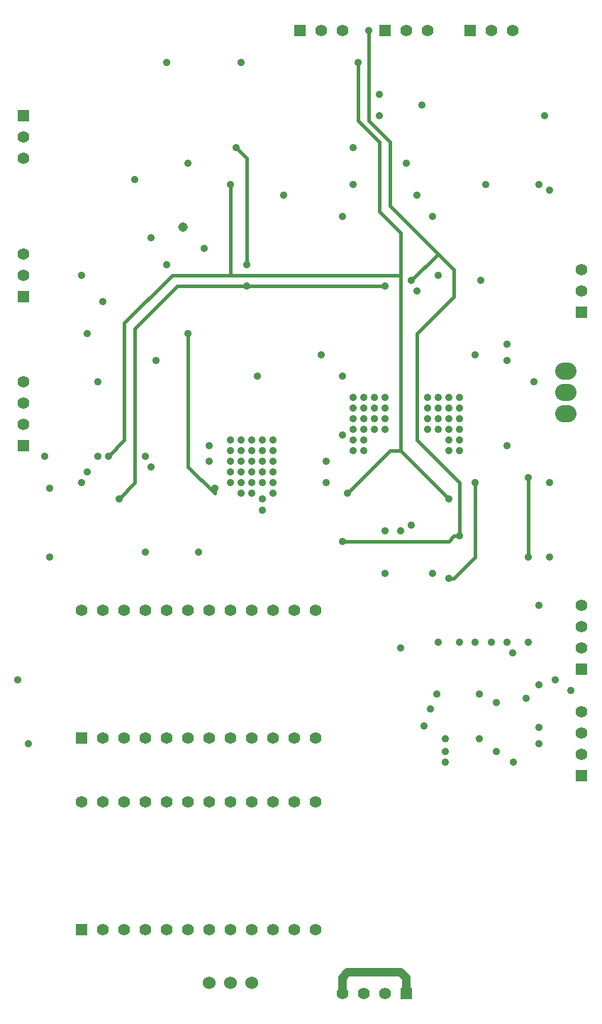
<source format=gbr>
%FSLAX34Y34*%
G04 Gerber Fmt 3.4, Leading zero omitted, Abs format*
G04 (created by PCBNEW (2014-03-19 BZR 4756)-product) date Thu May 22 10:07:56 2014*
%MOIN*%
G01*
G70*
G90*
G04 APERTURE LIST*
%ADD10C,0.005906*%
%ADD11R,0.055000X0.055000*%
%ADD12C,0.055000*%
%ADD13C,0.045000*%
%ADD14C,0.060000*%
%ADD15O,0.100000X0.080000*%
%ADD16C,0.035000*%
%ADD17C,0.039370*%
%ADD18C,0.015748*%
G04 APERTURE END LIST*
G54D10*
G54D11*
X14250Y-18000D03*
G54D12*
X14250Y-19000D03*
X14250Y-20000D03*
G54D11*
X40500Y-27250D03*
G54D12*
X40500Y-26250D03*
X40500Y-25250D03*
G54D11*
X14250Y-26500D03*
G54D12*
X14250Y-25500D03*
X14250Y-24500D03*
G54D13*
X21750Y-23250D03*
G54D11*
X40500Y-44000D03*
G54D12*
X40500Y-43000D03*
X40500Y-42000D03*
X40500Y-41000D03*
G54D11*
X40500Y-49000D03*
G54D12*
X40500Y-48000D03*
X40500Y-47000D03*
X40500Y-46000D03*
G54D11*
X14250Y-33500D03*
G54D12*
X14250Y-32500D03*
X14250Y-31500D03*
X14250Y-30500D03*
G54D14*
X24000Y-58750D03*
X25000Y-58750D03*
X23000Y-58750D03*
G54D11*
X17000Y-47250D03*
G54D12*
X18000Y-47250D03*
X19000Y-47250D03*
X20000Y-47250D03*
X21000Y-47250D03*
X22000Y-47250D03*
X23000Y-47250D03*
X24000Y-47250D03*
X25000Y-47250D03*
X26000Y-47250D03*
X27000Y-47250D03*
X28000Y-47250D03*
X28000Y-41250D03*
X27000Y-41250D03*
X26000Y-41250D03*
X25000Y-41250D03*
X24000Y-41250D03*
X23000Y-41250D03*
X22000Y-41250D03*
X21000Y-41250D03*
X20000Y-41250D03*
X19000Y-41250D03*
X18000Y-41250D03*
X17000Y-41250D03*
G54D11*
X17000Y-56250D03*
G54D12*
X18000Y-56250D03*
X19000Y-56250D03*
X20000Y-56250D03*
X21000Y-56250D03*
X22000Y-56250D03*
X23000Y-56250D03*
X24000Y-56250D03*
X25000Y-56250D03*
X26000Y-56250D03*
X27000Y-56250D03*
X28000Y-56250D03*
X28000Y-50250D03*
X27000Y-50250D03*
X26000Y-50250D03*
X25000Y-50250D03*
X24000Y-50250D03*
X23000Y-50250D03*
X22000Y-50250D03*
X21000Y-50250D03*
X20000Y-50250D03*
X19000Y-50250D03*
X18000Y-50250D03*
X17000Y-50250D03*
G54D11*
X32250Y-59250D03*
G54D12*
X31250Y-59250D03*
X30250Y-59250D03*
X29250Y-59250D03*
G54D11*
X27250Y-14000D03*
G54D12*
X28250Y-14000D03*
X29250Y-14000D03*
G54D11*
X31250Y-14000D03*
G54D12*
X32250Y-14000D03*
X33250Y-14000D03*
G54D11*
X35250Y-14000D03*
G54D12*
X36250Y-14000D03*
X37250Y-14000D03*
G54D15*
X39750Y-31000D03*
X39750Y-32000D03*
X39750Y-30000D03*
G54D16*
X35750Y-25750D03*
X28500Y-35250D03*
X28500Y-34250D03*
X22500Y-38500D03*
X38500Y-21250D03*
X36000Y-21250D03*
X31250Y-31750D03*
X31250Y-31250D03*
X30750Y-31250D03*
X30750Y-31750D03*
X30750Y-32250D03*
X31250Y-32250D03*
X31250Y-32750D03*
X30750Y-32750D03*
X33750Y-32750D03*
X33250Y-32750D03*
X33250Y-32250D03*
X33750Y-32250D03*
X33750Y-31750D03*
X33250Y-31750D03*
X33250Y-31250D03*
X33750Y-31250D03*
X34250Y-31250D03*
X34750Y-31250D03*
X34750Y-31750D03*
X34750Y-32250D03*
X34750Y-32750D03*
X34750Y-33250D03*
X34750Y-33750D03*
X29750Y-33750D03*
X29750Y-33250D03*
X29750Y-32750D03*
X29750Y-32250D03*
X29750Y-31750D03*
X29750Y-31250D03*
X34250Y-31750D03*
X34250Y-32250D03*
X34250Y-32750D03*
X34250Y-33250D03*
X34250Y-33750D03*
X30250Y-33750D03*
X30250Y-33250D03*
X30250Y-32750D03*
X30250Y-32250D03*
X30250Y-31750D03*
X30250Y-31250D03*
X23000Y-34250D03*
X25500Y-34750D03*
X25000Y-34750D03*
X24500Y-34750D03*
X24000Y-34750D03*
X24000Y-35250D03*
X24500Y-35250D03*
X25000Y-35250D03*
X25500Y-35250D03*
X26000Y-35250D03*
X26000Y-35750D03*
X25000Y-35750D03*
X24500Y-35750D03*
X24000Y-33250D03*
X24500Y-33250D03*
X25000Y-33250D03*
X25500Y-33250D03*
X26000Y-33250D03*
X26000Y-33750D03*
X25500Y-33750D03*
X25000Y-33750D03*
X24500Y-33750D03*
X24000Y-33750D03*
X24000Y-34250D03*
X24500Y-34250D03*
X25000Y-34250D03*
X25500Y-34250D03*
X26000Y-34250D03*
X26000Y-34750D03*
X25500Y-36545D03*
X25500Y-36000D03*
X35500Y-29250D03*
X37000Y-28750D03*
X37000Y-29500D03*
X38250Y-30500D03*
X22000Y-20250D03*
X15500Y-38750D03*
X15500Y-35500D03*
X21000Y-25000D03*
X21000Y-15500D03*
X24500Y-15500D03*
X39000Y-21500D03*
X38750Y-18000D03*
X31250Y-39500D03*
X33500Y-39500D03*
X32000Y-43000D03*
X33750Y-42750D03*
X37250Y-43250D03*
X38000Y-42750D03*
X37000Y-42750D03*
X36250Y-42750D03*
X35500Y-42750D03*
X34750Y-42750D03*
X29750Y-19500D03*
X32250Y-20250D03*
X17250Y-34750D03*
X17250Y-28250D03*
X17750Y-30500D03*
X17750Y-34000D03*
X20250Y-34500D03*
X20000Y-34000D03*
X20500Y-29500D03*
X23000Y-33500D03*
X18000Y-26750D03*
X19500Y-21000D03*
X20250Y-23750D03*
X22750Y-24250D03*
X17000Y-25500D03*
X26500Y-21750D03*
X29750Y-21250D03*
X31000Y-17000D03*
X31000Y-18000D03*
X14500Y-47500D03*
X14000Y-44500D03*
X33750Y-25500D03*
X32750Y-26250D03*
X29250Y-30250D03*
X28250Y-29250D03*
X32000Y-37500D03*
X31250Y-37500D03*
X32500Y-37250D03*
X20000Y-38500D03*
X29250Y-33000D03*
X38500Y-46750D03*
X39250Y-44500D03*
X39000Y-35250D03*
X39000Y-38750D03*
X38500Y-41000D03*
X40000Y-45000D03*
X32750Y-21750D03*
X33000Y-17500D03*
X23250Y-35500D03*
X22000Y-28250D03*
X38000Y-38750D03*
X38000Y-35000D03*
X37000Y-33500D03*
X25250Y-30250D03*
X35500Y-35250D03*
X34250Y-39750D03*
X15250Y-34000D03*
X17000Y-35250D03*
X29250Y-22750D03*
X33500Y-22750D03*
X38500Y-47500D03*
X38500Y-44750D03*
X37275Y-48375D03*
X34075Y-48375D03*
X37875Y-45375D03*
X33075Y-46675D03*
X36475Y-47875D03*
X34075Y-47875D03*
X36475Y-45575D03*
X33375Y-45875D03*
X35675Y-47275D03*
X34075Y-47275D03*
X35675Y-45175D03*
X33675Y-45175D03*
X34750Y-37750D03*
X30500Y-14000D03*
X18750Y-36000D03*
X31250Y-26000D03*
X32500Y-25750D03*
X24750Y-26000D03*
X24750Y-25000D03*
X24250Y-19500D03*
X29250Y-38000D03*
X30000Y-15500D03*
X34250Y-36000D03*
X18250Y-34000D03*
X24000Y-21250D03*
X29500Y-35750D03*
G54D17*
X29250Y-58500D02*
X29500Y-58250D01*
X29500Y-58250D02*
X32000Y-58250D01*
X32000Y-58250D02*
X32250Y-58500D01*
X32250Y-58500D02*
X32250Y-59250D01*
X29250Y-59250D02*
X29250Y-58500D01*
G54D18*
X23250Y-35500D02*
X23250Y-35750D01*
X23250Y-35750D02*
X22000Y-34500D01*
X22000Y-34500D02*
X22000Y-28250D01*
X38000Y-38750D02*
X38000Y-35000D01*
X35500Y-35250D02*
X35500Y-38750D01*
X35500Y-38750D02*
X34500Y-39750D01*
X34500Y-39750D02*
X34250Y-39750D01*
X34750Y-37750D02*
X34750Y-35250D01*
X34750Y-35250D02*
X32750Y-33250D01*
X32750Y-33250D02*
X32750Y-28250D01*
X32750Y-28250D02*
X34500Y-26500D01*
X34500Y-26500D02*
X34500Y-25250D01*
X33750Y-24500D02*
X31500Y-22250D01*
X34500Y-25250D02*
X33750Y-24500D01*
X31500Y-22250D02*
X31500Y-19250D01*
X31500Y-19250D02*
X30500Y-18250D01*
X30500Y-18250D02*
X30500Y-14000D01*
X18750Y-36000D02*
X19500Y-35250D01*
X19500Y-35250D02*
X19500Y-28000D01*
X19500Y-28000D02*
X21500Y-26000D01*
X24750Y-26000D02*
X31250Y-26000D01*
X21500Y-26000D02*
X24750Y-26000D01*
X32500Y-25750D02*
X33750Y-24500D01*
X24750Y-20000D02*
X24750Y-25000D01*
X24250Y-19500D02*
X24750Y-20000D01*
X29250Y-38000D02*
X34250Y-38000D01*
X34250Y-38000D02*
X34500Y-37750D01*
X34500Y-37750D02*
X34750Y-37750D01*
X30000Y-18250D02*
X30000Y-15500D01*
X31000Y-19250D02*
X30000Y-18250D01*
X31000Y-22500D02*
X31000Y-19250D01*
X32000Y-23500D02*
X31000Y-22500D01*
X32000Y-25500D02*
X32000Y-23500D01*
X32000Y-33750D02*
X32000Y-25500D01*
X34250Y-36000D02*
X32000Y-33750D01*
X18250Y-34000D02*
X19000Y-33250D01*
X19000Y-33250D02*
X19000Y-27750D01*
X19000Y-27750D02*
X21250Y-25500D01*
X24000Y-25500D02*
X32000Y-25500D01*
X21250Y-25500D02*
X24000Y-25500D01*
X24000Y-21250D02*
X24000Y-25500D01*
X29500Y-35750D02*
X31500Y-33750D01*
X31500Y-33750D02*
X32000Y-33750D01*
M02*

</source>
